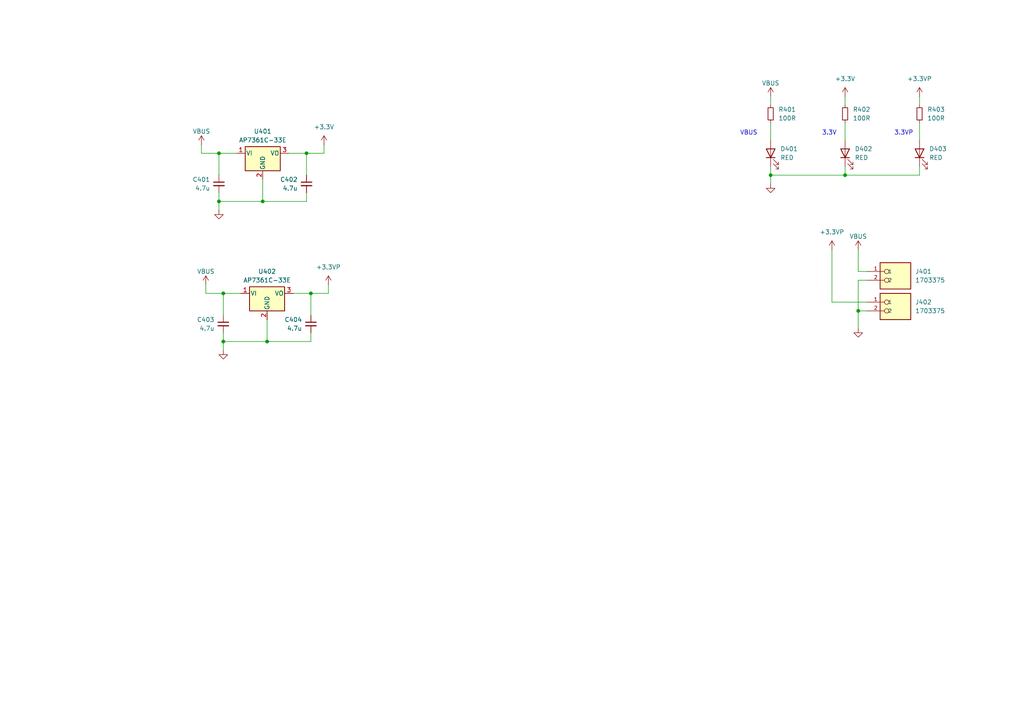
<source format=kicad_sch>
(kicad_sch (version 20231120) (generator "eeschema") (generator_version "8.0")
  (paper "A4")
  (title_block (title "DevKeyboard") (date "2024-07-13") (rev "1.0") (company "WM"))
  (lib_symbols
    (symbol "Device:C_Small" (pin_numbers hide) (pin_names (offset 0.254) hide)
      (property "Reference" "C" (at 0.254 1.778 0))
      (property "Value" "C_Small" (at 0.254 -2.032 0))
      (symbol "C_Small_0_1"
        (polyline (pts (xy -1.524 -0.508) (xy 1.524 -0.508)) (stroke (width 0.3302)))
        (polyline (pts (xy -1.524 0.508) (xy 1.524 0.508)) (stroke (width 0.3048)))
      )
      (symbol "C_Small_1_1"
        (pin passive line (at 0 2.54 270) (length 2.032) (name "~") (number "1"))
        (pin passive line (at 0 -2.54 90) (length 2.032) (name "~") (number "2"))
      )
    )
    (symbol "Device:LED" (pin_numbers hide) (pin_names (offset 1.016) hide)
      (property "Reference" "D" (at 0 2.54 0))
      (property "Value" "LED" (at 0 -2.54 0))
      (symbol "LED_0_1"
        (polyline (pts (xy -1.27 -1.27) (xy -1.27 1.27)) (stroke (width 0.254)))
        (polyline (pts (xy -1.27 0) (xy 1.27 0)))
        (polyline (pts (xy 1.27 -1.27) (xy 1.27 1.27) (xy -1.27 0) (xy 1.27 -1.27)) (stroke (width 0.254)))
        (polyline (pts (xy -3.048 -0.762) (xy -4.572 -2.286) (xy -3.81 -2.286) (xy -4.572 -2.286) (xy -4.572 -1.524)))
        (polyline (pts (xy -1.778 -0.762) (xy -3.302 -2.286) (xy -2.54 -2.286) (xy -3.302 -2.286) (xy -3.302 -1.524)))
      )
      (symbol "LED_1_1"
        (pin passive line (at -3.81 0 0) (length 2.54) (name "K") (number "1"))
        (pin passive line (at 3.81 0 180) (length 2.54) (name "A") (number "2"))
      )
    )
    (symbol "Device:R_Small" (pin_numbers hide) (pin_names (offset 0.254) hide)
      (property "Reference" "R" (at 0.762 0.508 0))
      (property "Value" "R_Small" (at 0.762 -1.016 0))
      (symbol "R_Small_0_1"
        (rectangle (start -0.762 1.778) (end 0.762 -1.778) (stroke (width 0.2032)))
      )
      (symbol "R_Small_1_1"
        (pin passive line (at 0 2.54 270) (length 0.762) (name "~") (number "1"))
        (pin passive line (at 0 -2.54 90) (length 0.762) (name "~") (number "2"))
      )
    )
    (symbol "PHOENIX_1703375:1703375" (pin_names (offset 1.016))
      (property "Reference" "J" (at -3.81 3.175 0))
      (property "Value" "1703375" (at -3.81 -7.62 0))
      (symbol "1703375_0_0"
        (rectangle (start -3.81 -5.08) (end 5.08 2.54) (stroke (width 0.254)) (fill (type background)))
        (circle (center -1.905 -2.54) (radius 0.635) (stroke (width 0.1524)))
        (circle (center -1.905 0) (radius 0.635) (stroke (width 0.1524)))
        (pin passive line (at -7.62 0 0) (length 5.08) (name "1") (number "1"))
        (pin passive line (at -7.62 -2.54 0) (length 5.08) (name "2") (number "2"))
      )
    )
    (symbol "Regulator_Linear:AP7361C-33E" (pin_names (offset 0.254))
      (property "Reference" "U" (at -3.81 3.175 0))
      (property "Value" "AP7361C-33E" (at 0 3.175 0))
      (symbol "AP7361C-33E_0_1"
        (rectangle (start -5.08 -5.08) (end 5.08 1.905) (stroke (width 0.254)) (fill (type background)))
      )
      (symbol "AP7361C-33E_1_1"
        (pin power_in line (at -7.62 0 0) (length 2.54) (name "VI") (number "1"))
        (pin power_in line (at 0 -7.62 90) (length 2.54) (name "GND") (number "2"))
        (pin power_out line (at 7.62 0 180) (length 2.54) (name "VO") (number "3"))
      )
    )
    (symbol "power:+3.3V" (power) (pin_numbers hide) (pin_names (offset 0) hide)
      (property "Value" "+3.3V" (at 0 3.556 0))
      (symbol "+3.3V_0_1"
        (polyline (pts (xy -0.762 1.27) (xy 0 2.54)))
        (polyline (pts (xy 0 0) (xy 0 2.54)))
        (polyline (pts (xy 0 2.54) (xy 0.762 1.27)))
      )
      (symbol "+3.3V_1_1"
        (pin power_in line (at 0 0 90) (length 0) (name "~") (number "1"))
      )
    )
    (symbol "power:+3.3VP" (power) (pin_numbers hide) (pin_names (offset 0) hide)
      (property "Value" "+3.3VP" (at 0 3.556 0))
      (symbol "+3.3VP_0_0"
        (pin power_in line (at 0 0 90) (length 0) (name "~") (number "1"))
      )
      (symbol "+3.3VP_0_1"
        (polyline (pts (xy -0.762 1.27) (xy 0 2.54)))
        (polyline (pts (xy 0 0) (xy 0 2.54)))
        (polyline (pts (xy 0 2.54) (xy 0.762 1.27)))
      )
    )
    (symbol "power:GND" (power) (pin_numbers hide) (pin_names (offset 0) hide)
      (property "Value" "GND" (at 0 -3.81 0))
      (symbol "GND_0_1"
        (polyline (pts (xy 0 0) (xy 0 -1.27) (xy 1.27 -1.27) (xy 0 -2.54) (xy -1.27 -1.27) (xy 0 -1.27)))
      )
      (symbol "GND_1_1"
        (pin power_in line (at 0 0 270) (length 0) (name "~") (number "1"))
      )
    )
    (symbol "power:VBUS" (power) (pin_numbers hide) (pin_names (offset 0) hide)
      (property "Value" "VBUS" (at 0 3.556 0))
      (symbol "VBUS_0_1"
        (polyline (pts (xy -0.762 1.27) (xy 0 2.54)))
        (polyline (pts (xy 0 0) (xy 0 2.54)))
        (polyline (pts (xy 0 2.54) (xy 0.762 1.27)))
      )
      (symbol "VBUS_1_1"
        (pin power_in line (at 0 0 90) (length 0) (name "~") (number "1"))
      )
    )
  )
  (junction (at 64.77 99.06))
  (junction (at 88.9 44.45))
  (junction (at 64.77 85.09))
  (junction (at 77.47 99.06))
  (junction (at 248.92 90.17))
  (junction (at 245.11 50.8))
  (junction (at 223.52 50.8))
  (junction (at 76.2 58.42))
  (junction (at 63.5 44.45))
  (junction (at 90.17 85.09))
  (junction (at 63.5 58.42))
  (wire (pts (xy 95.25 82.55) (xy 95.25 85.09)))
  (wire (pts (xy 68.58 44.45) (xy 63.5 44.45)))
  (wire (pts (xy 248.92 72.39) (xy 248.92 78.74)))
  (wire (pts (xy 59.69 85.09) (xy 64.77 85.09)))
  (wire (pts (xy 88.9 55.88) (xy 88.9 58.42)))
  (wire (pts (xy 58.42 41.91) (xy 58.42 44.45)))
  (wire (pts (xy 245.11 48.26) (xy 245.11 50.8)))
  (wire (pts (xy 77.47 99.06) (xy 90.17 99.06)))
  (wire (pts (xy 223.52 50.8) (xy 223.52 48.26)))
  (wire (pts (xy 90.17 85.09) (xy 90.17 91.44)))
  (wire (pts (xy 77.47 92.71) (xy 77.47 99.06)))
  (wire (pts (xy 85.09 85.09) (xy 90.17 85.09)))
  (wire (pts (xy 59.69 82.55) (xy 59.69 85.09)))
  (wire (pts (xy 248.92 81.28) (xy 248.92 90.17)))
  (wire (pts (xy 64.77 85.09) (xy 64.77 91.44)))
  (wire (pts (xy 58.42 44.45) (xy 63.5 44.45)))
  (wire (pts (xy 64.77 101.6) (xy 64.77 99.06)))
  (wire (pts (xy 223.52 27.94) (xy 223.52 30.48)))
  (wire (pts (xy 251.46 81.28) (xy 248.92 81.28)))
  (wire (pts (xy 223.52 53.34) (xy 223.52 50.8)))
  (wire (pts (xy 241.3 87.63) (xy 251.46 87.63)))
  (wire (pts (xy 76.2 58.42) (xy 88.9 58.42)))
  (wire (pts (xy 63.5 44.45) (xy 63.5 50.8)))
  (wire (pts (xy 63.5 58.42) (xy 63.5 55.88)))
  (wire (pts (xy 245.11 27.94) (xy 245.11 30.48)))
  (wire (pts (xy 266.7 50.8) (xy 245.11 50.8)))
  (wire (pts (xy 76.2 52.07) (xy 76.2 58.42)))
  (wire (pts (xy 266.7 35.56) (xy 266.7 40.64)))
  (wire (pts (xy 93.98 41.91) (xy 93.98 44.45)))
  (wire (pts (xy 64.77 99.06) (xy 64.77 96.52)))
  (wire (pts (xy 83.82 44.45) (xy 88.9 44.45)))
  (wire (pts (xy 63.5 60.96) (xy 63.5 58.42)))
  (wire (pts (xy 245.11 50.8) (xy 223.52 50.8)))
  (wire (pts (xy 64.77 99.06) (xy 77.47 99.06)))
  (wire (pts (xy 223.52 35.56) (xy 223.52 40.64)))
  (wire (pts (xy 245.11 35.56) (xy 245.11 40.64)))
  (wire (pts (xy 241.3 72.39) (xy 241.3 87.63)))
  (wire (pts (xy 93.98 44.45) (xy 88.9 44.45)))
  (wire (pts (xy 266.7 27.94) (xy 266.7 30.48)))
  (wire (pts (xy 90.17 96.52) (xy 90.17 99.06)))
  (wire (pts (xy 248.92 78.74) (xy 251.46 78.74)))
  (wire (pts (xy 248.92 90.17) (xy 251.46 90.17)))
  (wire (pts (xy 69.85 85.09) (xy 64.77 85.09)))
  (wire (pts (xy 63.5 58.42) (xy 76.2 58.42)))
  (wire (pts (xy 266.7 48.26) (xy 266.7 50.8)))
  (wire (pts (xy 248.92 90.17) (xy 248.92 95.25)))
  (wire (pts (xy 95.25 85.09) (xy 90.17 85.09)))
  (wire (pts (xy 88.9 44.45) (xy 88.9 50.8)))
  (text "3.3VP" (at 262.128 38.608 0) (effects (font (size 1.27 1.27))))
  (text "VBUS" (at 217.17 38.608 0) (effects (font (size 1.27 1.27))))
  (text "3.3V" (at 240.538 38.608 0) (effects (font (size 1.27 1.27))))
  (symbol (lib_id "power:+3.3VP") (at 241.3 72.39 0) (unit 1)
    (property "Reference" "#PWR0410" (effects (hide yes)))
    (property "Value" "+3.3VP" (at 241.3 67.31 0))
    (property "Description" "Power symbol creates a global label with name \"+3.3VP\"" (effects (hide yes)))
  )
  (symbol (lib_id "Regulator_Linear:AP7361C-33E") (at 76.2 44.45 0) (unit 1)
    (property "Reference" "U401" (at 76.2 38.1 0))
    (property "Value" "AP7361C-33E" (at 76.2 40.64 0))
    (property "Footprint" "Package_TO_SOT_SMD:SOT-223" (effects (hide yes)))
    (property "Datasheet" "https://www.diodes.com/assets/Datasheets/AP7361C.pdf" (effects (hide yes)))
    (property "Description" "1A Low Dropout regulator, positive, 3.3V fixed output, SOT-223" (effects (hide yes)))
    (property "Mouser" "https://www.mouser.pl/ProductDetail/Diodes-Incorporated/AP7361C-33ER-13?qs=60RJRzIpcl8A1pMqYmc7oA%3D%3D" (effects (hide yes)))
  )
  (symbol (lib_id "power:GND") (at 223.52 53.34 0) (unit 1)
    (property "Reference" "#PWR0406" (effects (hide yes)))
    (property "Value" "GND" (effects (hide yes)))
    (property "Description" "Power symbol creates a global label with name \"GND\" , ground" (effects (hide yes)))
  )
  (symbol (lib_id "power:VBUS") (at 59.69 82.55 0) (unit 1)
    (property "Reference" "#PWR0409" (effects (hide yes)))
    (property "Value" "VBUS" (at 59.69 78.74 0))
    (property "Description" "Power symbol creates a global label with name \"VBUS\"" (effects (hide yes)))
  )
  (symbol (lib_id "Device:LED") (at 245.11 44.45 90) (unit 1)
    (property "Reference" "D402" (at 247.904 43.1801 90) (effects (justify right)))
    (property "Value" "RED" (at 247.904 45.7201 90) (effects (justify right)))
    (property "Footprint" "LED_SMD:LED_0603_1608Metric" (effects (hide yes)))
    (property "Datasheet" "https://www.tme.eu/Document/9b3077826c79adf279b69afeda5276c0/FYLS-0603URC.pdf" (effects (hide yes)))
    (property "Description" "Light emitting diode" (effects (hide yes)))
    (property "TME" "https://www.tme.eu/pl/details/fyls-0603urc/diody-led-smd-kolorowe/foryard/" (effects (hide yes)))
    (property "Mouser" "https://www.mouser.pl/ProductDetail/ROHM-Semiconductor/SML-D12U1WT86?qs=M3jcYzEJUdEySuGkbjHEtQ%3D%3D" (effects (hide yes)))
  )
  (symbol (lib_id "Device:C_Small") (at 64.77 93.98 0) (mirror y) (unit 1)
    (property "Reference" "C403" (at 62.23 92.7162 0) (effects (justify left)))
    (property "Value" "4.7u" (at 62.23 95.2562 0) (effects (justify left)))
    (property "Footprint" "Capacitor_SMD:C_0603_1608Metric" (effects (hide yes)))
    (property "Description" "Unpolarized capacitor, small symbol" (effects (hide yes)))
    (property "Mouser" "https://www.mouser.pl/ProductDetail/Samsung-Electro-Mechanics/CL10A475KP8NNNL?qs=xZ%2FP%252Ba9zWqZgU%2Fu36Vz%2FLw%3D%3D" (effects (hide yes)))
  )
  (symbol (lib_id "power:VBUS") (at 223.52 27.94 0) (unit 1)
    (property "Reference" "#PWR0404" (effects (hide yes)))
    (property "Value" "VBUS" (at 223.52 24.13 0))
    (property "Description" "Power symbol creates a global label with name \"VBUS\"" (effects (hide yes)))
  )
  (symbol (lib_id "power:GND") (at 248.92 95.25 0) (unit 1)
    (property "Reference" "#PWR0408" (effects (hide yes)))
    (property "Value" "GND" (effects (hide yes)))
    (property "Description" "Power symbol creates a global label with name \"GND\" , ground" (effects (hide yes)))
  )
  (symbol (lib_id "power:VBUS") (at 58.42 41.91 0) (unit 1)
    (property "Reference" "#PWR0403" (effects (hide yes)))
    (property "Value" "VBUS" (at 58.42 38.1 0))
    (property "Description" "Power symbol creates a global label with name \"VBUS\"" (effects (hide yes)))
  )
  (symbol (lib_id "power:+3.3V") (at 245.11 27.94 0) (mirror y) (unit 1)
    (property "Reference" "#PWR0405" (effects (hide yes)))
    (property "Value" "+3.3V" (at 245.11 22.86 0))
    (property "Description" "Power symbol creates a global label with name \"+3.3V\"" (effects (hide yes)))
  )
  (symbol (lib_id "power:+3.3VP") (at 95.25 82.55 0) (unit 1)
    (property "Reference" "#PWR0412" (effects (hide yes)))
    (property "Value" "+3.3VP" (at 95.25 77.47 0))
    (property "Description" "Power symbol creates a global label with name \"+3.3VP\"" (effects (hide yes)))
  )
  (symbol (lib_id "Device:C_Small") (at 88.9 53.34 0) (mirror y) (unit 1)
    (property "Reference" "C402" (at 86.36 52.0762 0) (effects (justify left)))
    (property "Value" "4.7u" (at 86.36 54.6162 0) (effects (justify left)))
    (property "Footprint" "Capacitor_SMD:C_0603_1608Metric" (effects (hide yes)))
    (property "Description" "Unpolarized capacitor, small symbol" (effects (hide yes)))
    (property "Mouser" "https://www.mouser.pl/ProductDetail/Samsung-Electro-Mechanics/CL10A475KP8NNNL?qs=xZ%2FP%252Ba9zWqZgU%2Fu36Vz%2FLw%3D%3D" (effects (hide yes)))
  )
  (symbol (lib_id "PHOENIX_1703375:1703375") (at 259.08 87.63 0) (unit 1)
    (property "Reference" "J402" (at 265.43 87.6299 0) (effects (justify left)))
    (property "Value" "1703375" (at 265.43 90.1699 0) (effects (justify left)))
    (property "Footprint" "PHOENIX_1703375:PHOENIX_1703375" (effects (hide yes)))
    (property "Datasheet" "https://www.phoenixcontact.com/en-us/products/printed-circuit-board-terminal-ptq-03-2-25-l-thr-r32-1703375?type=pdf" (effects (hide yes)))
    (property "MF" "Phoenix Contact" (effects (hide yes)))
    (property "MAXIMUM_PACKAGE_HEIGHT" "12.90 mm" (effects (hide yes)))
    (property "Package" "None" (effects (hide yes)))
    (property "Price" "None" (effects (hide yes)))
    (property "Check_prices" "https://www.snapeda.com/parts/1703375/Phoenix+Contact/view-part/?ref=eda" (effects (hide yes)))
    (property "STANDARD" "Manufacturer Recommendations" (effects (hide yes)))
    (property "PARTREV" "01" (effects (hide yes)))
    (property "SnapEDA_Link" "https://www.snapeda.com/parts/1703375/Phoenix+Contact/view-part/?ref=snap" (effects (hide yes)))
    (property "MP" "1703375" (effects (hide yes)))
    (property "Purchase-URL" "https://www.snapeda.com/api/url_track_click_mouser/?unipart_id=4800003&manufacturer=Phoenix Contact&part_name=1703375&search_term=None" (effects (hide yes)))
    (property "Description_1" "\nPCB Terminal IDC 2.5mm 22AWG 160V 4A 2 Position Combicon Compact Series | Phoenix Contact 1703375\n" (effects (hide yes)))
    (property "Availability" "In Stock" (effects (hide yes)))
    (property "MANUFACTURER" "Phoenix Contact" (effects (hide yes)))
    (property "Mouser" "https://www.mouser.pl/ProductDetail/Phoenix-Contact/1703375?qs=sGAEpiMZZMvPvGwLNS6710luXqvAubdB%2FaQoEZVqpXc%3D" (effects (hide yes)))
  )
  (symbol (lib_id "Device:C_Small") (at 90.17 93.98 0) (mirror y) (unit 1)
    (property "Reference" "C404" (at 87.63 92.7162 0) (effects (justify left)))
    (property "Value" "4.7u" (at 87.63 95.2562 0) (effects (justify left)))
    (property "Footprint" "Capacitor_SMD:C_0603_1608Metric" (effects (hide yes)))
    (property "Description" "Unpolarized capacitor, small symbol" (effects (hide yes)))
    (property "Mouser" "https://www.mouser.pl/ProductDetail/Samsung-Electro-Mechanics/CL10A475KP8NNNL?qs=xZ%2FP%252Ba9zWqZgU%2Fu36Vz%2FLw%3D%3D" (effects (hide yes)))
  )
  (symbol (lib_id "PHOENIX_1703375:1703375") (at 259.08 78.74 0) (unit 1)
    (property "Reference" "J401" (at 265.43 78.7399 0) (effects (justify left)))
    (property "Value" "1703375" (at 265.43 81.2799 0) (effects (justify left)))
    (property "Footprint" "PHOENIX_1703375:PHOENIX_1703375" (effects (hide yes)))
    (property "Datasheet" "https://www.phoenixcontact.com/en-us/products/printed-circuit-board-terminal-ptq-03-2-25-l-thr-r32-1703375?type=pdf" (effects (hide yes)))
    (property "MF" "Phoenix Contact" (effects (hide yes)))
    (property "MAXIMUM_PACKAGE_HEIGHT" "12.90 mm" (effects (hide yes)))
    (property "Package" "None" (effects (hide yes)))
    (property "Price" "None" (effects (hide yes)))
    (property "Check_prices" "https://www.snapeda.com/parts/1703375/Phoenix+Contact/view-part/?ref=eda" (effects (hide yes)))
    (property "STANDARD" "Manufacturer Recommendations" (effects (hide yes)))
    (property "PARTREV" "01" (effects (hide yes)))
    (property "SnapEDA_Link" "https://www.snapeda.com/parts/1703375/Phoenix+Contact/view-part/?ref=snap" (effects (hide yes)))
    (property "MP" "1703375" (effects (hide yes)))
    (property "Purchase-URL" "https://www.snapeda.com/api/url_track_click_mouser/?unipart_id=4800003&manufacturer=Phoenix Contact&part_name=1703375&search_term=None" (effects (hide yes)))
    (property "Description_1" "\nPCB Terminal IDC 2.5mm 22AWG 160V 4A 2 Position Combicon Compact Series | Phoenix Contact 1703375\n" (effects (hide yes)))
    (property "Availability" "In Stock" (effects (hide yes)))
    (property "MANUFACTURER" "Phoenix Contact" (effects (hide yes)))
    (property "Mouser" "https://www.mouser.pl/ProductDetail/Phoenix-Contact/1703375?qs=sGAEpiMZZMvPvGwLNS6710luXqvAubdB%2FaQoEZVqpXc%3D" (effects (hide yes)))
  )
  (symbol (lib_id "power:+3.3VP") (at 266.7 27.94 0) (unit 1)
    (property "Reference" "#PWR0413" (effects (hide yes)))
    (property "Value" "+3.3VP" (at 266.7 22.86 0))
    (property "Description" "Power symbol creates a global label with name \"+3.3VP\"" (effects (hide yes)))
  )
  (symbol (lib_id "power:VBUS") (at 248.92 72.39 0) (unit 1)
    (property "Reference" "#PWR0407" (effects (hide yes)))
    (property "Value" "VBUS" (at 248.92 68.58 0))
    (property "Description" "Power symbol creates a global label with name \"VBUS\"" (effects (hide yes)))
  )
  (symbol (lib_id "Device:LED") (at 223.52 44.45 90) (unit 1)
    (property "Reference" "D401" (at 226.314 43.1801 90) (effects (justify right)))
    (property "Value" "RED" (at 226.314 45.7201 90) (effects (justify right)))
    (property "Footprint" "LED_SMD:LED_0603_1608Metric" (effects (hide yes)))
    (property "Datasheet" "https://www.tme.eu/Document/9b3077826c79adf279b69afeda5276c0/FYLS-0603URC.pdf" (effects (hide yes)))
    (property "Description" "Light emitting diode" (effects (hide yes)))
    (property "TME" "https://www.tme.eu/pl/details/fyls-0603urc/diody-led-smd-kolorowe/foryard/" (effects (hide yes)))
    (property "Mouser" "https://www.mouser.pl/ProductDetail/ROHM-Semiconductor/SML-D12U1WT86?qs=M3jcYzEJUdEySuGkbjHEtQ%3D%3D" (effects (hide yes)))
  )
  (symbol (lib_id "power:+3.3V") (at 93.98 41.91 0) (mirror y) (unit 1)
    (property "Reference" "#PWR0402" (effects (hide yes)))
    (property "Value" "+3.3V" (at 93.98 36.83 0))
    (property "Description" "Power symbol creates a global label with name \"+3.3V\"" (effects (hide yes)))
  )
  (symbol (lib_id "Regulator_Linear:AP7361C-33E") (at 77.47 85.09 0) (unit 1)
    (property "Reference" "U402" (at 77.47 78.74 0))
    (property "Value" "AP7361C-33E" (at 77.47 81.28 0))
    (property "Footprint" "Package_TO_SOT_SMD:SOT-223" (effects (hide yes)))
    (property "Datasheet" "https://www.diodes.com/assets/Datasheets/AP7361C.pdf" (effects (hide yes)))
    (property "Description" "1A Low Dropout regulator, positive, 3.3V fixed output, SOT-223" (effects (hide yes)))
    (property "Mouser" "https://www.mouser.pl/ProductDetail/Diodes-Incorporated/AP7361C-33ER-13?qs=60RJRzIpcl8A1pMqYmc7oA%3D%3D" (effects (hide yes)))
  )
  (symbol (lib_id "Device:LED") (at 266.7 44.45 90) (unit 1)
    (property "Reference" "D403" (at 269.494 43.1801 90) (effects (justify right)))
    (property "Value" "RED" (at 269.494 45.7201 90) (effects (justify right)))
    (property "Footprint" "LED_SMD:LED_0603_1608Metric" (effects (hide yes)))
    (property "Datasheet" "https://www.tme.eu/Document/9b3077826c79adf279b69afeda5276c0/FYLS-0603URC.pdf" (effects (hide yes)))
    (property "Description" "Light emitting diode" (effects (hide yes)))
    (property "TME" "https://www.tme.eu/pl/details/fyls-0603urc/diody-led-smd-kolorowe/foryard/" (effects (hide yes)))
    (property "Mouser" "https://www.mouser.pl/ProductDetail/ROHM-Semiconductor/SML-D12U1WT86?qs=M3jcYzEJUdEySuGkbjHEtQ%3D%3D" (effects (hide yes)))
  )
  (symbol (lib_id "Device:C_Small") (at 63.5 53.34 0) (mirror y) (unit 1)
    (property "Reference" "C401" (at 60.96 52.0762 0) (effects (justify left)))
    (property "Value" "4.7u" (at 60.96 54.6162 0) (effects (justify left)))
    (property "Footprint" "Capacitor_SMD:C_0603_1608Metric" (effects (hide yes)))
    (property "Description" "Unpolarized capacitor, small symbol" (effects (hide yes)))
    (property "Mouser" "https://www.mouser.pl/ProductDetail/Samsung-Electro-Mechanics/CL10A475KP8NNNL?qs=xZ%2FP%252Ba9zWqZgU%2Fu36Vz%2FLw%3D%3D" (effects (hide yes)))
  )
  (symbol (lib_id "Device:R_Small") (at 223.52 33.02 0) (mirror x) (unit 1)
    (property "Reference" "R401" (at 230.886 31.75 0) (effects (justify right)))
    (property "Value" "100R" (at 230.886 34.29 0) (effects (justify right)))
    (property "Footprint" "Resistor_SMD:R_0402_1005Metric" (effects (hide yes)))
    (property "Description" "Resistor, small symbol" (effects (hide yes)))
  )
  (symbol (lib_id "Device:R_Small") (at 245.11 33.02 0) (mirror x) (unit 1)
    (property "Reference" "R402" (at 252.476 31.75 0) (effects (justify right)))
    (property "Value" "100R" (at 252.476 34.29 0) (effects (justify right)))
    (property "Footprint" "Resistor_SMD:R_0402_1005Metric" (effects (hide yes)))
    (property "Description" "Resistor, small symbol" (effects (hide yes)))
  )
  (symbol (lib_id "power:GND") (at 63.5 60.96 0) (unit 1)
    (property "Reference" "#PWR0401" (effects (hide yes)))
    (property "Value" "GND" (effects (hide yes)))
    (property "Description" "Power symbol creates a global label with name \"GND\" , ground" (effects (hide yes)))
  )
  (symbol (lib_id "Device:R_Small") (at 266.7 33.02 0) (mirror x) (unit 1)
    (property "Reference" "R403" (at 274.066 31.75 0) (effects (justify right)))
    (property "Value" "100R" (at 274.066 34.29 0) (effects (justify right)))
    (property "Footprint" "Resistor_SMD:R_0402_1005Metric" (effects (hide yes)))
    (property "Description" "Resistor, small symbol" (effects (hide yes)))
  )
  (symbol (lib_id "power:GND") (at 64.77 101.6 0) (unit 1)
    (property "Reference" "#PWR0411" (effects (hide yes)))
    (property "Value" "GND" (effects (hide yes)))
    (property "Description" "Power symbol creates a global label with name \"GND\" , ground" (effects (hide yes)))
  )
)
</source>
